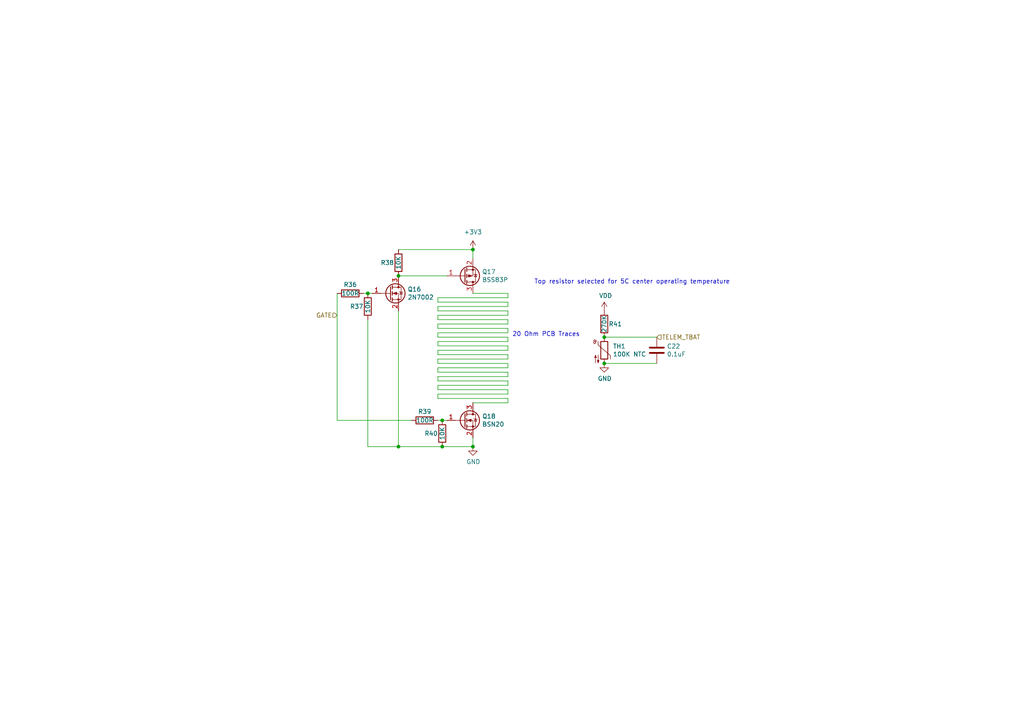
<source format=kicad_sch>
(kicad_sch (version 20211123) (generator eeschema)
  (paper "A4")
  (lib_symbols
    (symbol "Device:C" (pin_numbers hide) (pin_names (offset 0.254))
      (property "Reference" "C" (at 0.635 2.54 0))
      (property "Value" "C" (at 0.635 -2.54 0))
      (symbol "C_0_1"
        (polyline (pts (xy -2.032 -0.762) (xy 2.032 -0.762)) (stroke (width 0.508)))
        (polyline (pts (xy -2.032 0.762) (xy 2.032 0.762)) (stroke (width 0.508)))
      )
      (symbol "C_1_1"
        (pin passive line (at 0 3.81 270) (length 2.794) (name "~") (number "1"))
        (pin passive line (at 0 -3.81 90) (length 2.794) (name "~") (number "2"))
      )
    )
    (symbol "Device:R" (pin_numbers hide) (pin_names (offset 0))
      (property "Reference" "R" (at 2.032 0 90))
      (property "Value" "R" (at 0 0 90))
      (symbol "R_0_1"
        (rectangle (start -1.016 -2.54) (end 1.016 2.54) (stroke (width 0.254)))
      )
      (symbol "R_1_1"
        (pin passive line (at 0 3.81 270) (length 1.27) (name "~") (number "1"))
        (pin passive line (at 0 -3.81 90) (length 1.27) (name "~") (number "2"))
      )
    )
    (symbol "Device:Thermistor_NTC" (pin_numbers hide) (pin_names (offset 0))
      (property "Reference" "TH" (at -4.445 0 90))
      (property "Value" "Thermistor_NTC" (at 3.175 0 90))
      (symbol "Thermistor_NTC_0_1"
        (arc (start -3.048 2.159) (mid -3.0495 2.3143) (end -3.175 2.413))
        (arc (start -3.048 2.159) (mid -2.9736 1.9794) (end -2.794 1.905))
        (arc (start -3.048 2.794) (mid -2.9736 2.6144) (end -2.794 2.54))
        (arc (start -2.794 1.905) (mid -2.6144 1.9794) (end -2.54 2.159))
        (arc (start -2.794 2.54) (mid -2.4393 2.5587) (end -2.159 2.794))
        (arc (start -2.794 3.048) (mid -2.9736 2.9736) (end -3.048 2.794))
        (arc (start -2.54 2.794) (mid -2.6144 2.9736) (end -2.794 3.048))
        (rectangle (start -1.016 2.54) (end 1.016 -2.54) (stroke (width 0.254)))
        (polyline (pts (xy -2.54 2.159) (xy -2.54 2.794)))
        (polyline (pts (xy -1.778 2.54) (xy -1.778 1.524) (xy 1.778 -1.524) (xy 1.778 -2.54)))
        (polyline (pts (xy -2.54 -3.683) (xy -2.54 -1.397) (xy -2.794 -2.159) (xy -2.286 -2.159) (xy -2.54 -1.397) (xy -2.54 -1.651)) (fill (type outline)))
        (polyline (pts (xy -1.778 -1.397) (xy -1.778 -3.683) (xy -2.032 -2.921) (xy -1.524 -2.921) (xy -1.778 -3.683) (xy -1.778 -3.429)) (fill (type outline)))
      )
      (symbol "Thermistor_NTC_1_1"
        (pin passive line (at 0 3.81 270) (length 1.27) (name "~") (number "1"))
        (pin passive line (at 0 -3.81 90) (length 1.27) (name "~") (number "2"))
      )
    )
    (symbol "Transistor_FET:2N7002" (pin_names hide)
      (property "Reference" "Q" (at 5.08 1.905 0))
      (property "Value" "2N7002" (at 5.08 0 0))
      (symbol "2N7002_0_1"
        (polyline (pts (xy 0.254 0) (xy -2.54 0)))
        (polyline (pts (xy 0.254 1.905) (xy 0.254 -1.905)) (stroke (width 0.254)))
        (polyline (pts (xy 0.762 -1.27) (xy 0.762 -2.286)) (stroke (width 0.254)))
        (polyline (pts (xy 0.762 0.508) (xy 0.762 -0.508)) (stroke (width 0.254)))
        (polyline (pts (xy 0.762 2.286) (xy 0.762 1.27)) (stroke (width 0.254)))
        (polyline (pts (xy 2.54 2.54) (xy 2.54 1.778)))
        (polyline (pts (xy 2.54 -2.54) (xy 2.54 0) (xy 0.762 0)))
        (polyline (pts (xy 0.762 -1.778) (xy 3.302 -1.778) (xy 3.302 1.778) (xy 0.762 1.778)))
        (polyline (pts (xy 1.016 0) (xy 2.032 0.381) (xy 2.032 -0.381) (xy 1.016 0)) (fill (type outline)))
        (polyline (pts (xy 2.794 0.508) (xy 2.921 0.381) (xy 3.683 0.381) (xy 3.81 0.254)))
        (polyline (pts (xy 3.302 0.381) (xy 2.921 -0.254) (xy 3.683 -0.254) (xy 3.302 0.381)))
        (circle (center 1.651 0) (radius 2.794) (stroke (width 0.254)))
        (circle (center 2.54 -1.778) (radius 0.254) (fill (type outline)))
        (circle (center 2.54 1.778) (radius 0.254) (fill (type outline)))
      )
      (symbol "2N7002_1_1"
        (pin input line (at -5.08 0 0) (length 2.54) (name "G") (number "1"))
        (pin passive line (at 2.54 -5.08 90) (length 2.54) (name "S") (number "2"))
        (pin passive line (at 2.54 5.08 270) (length 2.54) (name "D") (number "3"))
      )
    )
    (symbol "Transistor_FET:BSN20" (pin_names hide)
      (property "Reference" "Q" (at 5.08 1.905 0))
      (property "Value" "BSN20" (at 5.08 0 0))
      (symbol "BSN20_0_1"
        (polyline (pts (xy 0.254 0) (xy -2.54 0)))
        (polyline (pts (xy 0.254 1.905) (xy 0.254 -1.905)) (stroke (width 0.254)))
        (polyline (pts (xy 0.762 -1.27) (xy 0.762 -2.286)) (stroke (width 0.254)))
        (polyline (pts (xy 0.762 0.508) (xy 0.762 -0.508)) (stroke (width 0.254)))
        (polyline (pts (xy 0.762 2.286) (xy 0.762 1.27)) (stroke (width 0.254)))
        (polyline (pts (xy 2.54 2.54) (xy 2.54 1.778)))
        (polyline (pts (xy 2.54 -2.54) (xy 2.54 0) (xy 0.762 0)))
        (polyline (pts (xy 0.762 -1.778) (xy 3.302 -1.778) (xy 3.302 1.778) (xy 0.762 1.778)))
        (polyline (pts (xy 1.016 0) (xy 2.032 0.381) (xy 2.032 -0.381) (xy 1.016 0)) (fill (type outline)))
        (polyline (pts (xy 2.794 0.508) (xy 2.921 0.381) (xy 3.683 0.381) (xy 3.81 0.254)))
        (polyline (pts (xy 3.302 0.381) (xy 2.921 -0.254) (xy 3.683 -0.254) (xy 3.302 0.381)))
        (circle (center 1.651 0) (radius 2.794) (stroke (width 0.254)))
        (circle (center 2.54 -1.778) (radius 0.254) (fill (type outline)))
        (circle (center 2.54 1.778) (radius 0.254) (fill (type outline)))
      )
      (symbol "BSN20_1_1"
        (pin input line (at -5.08 0 0) (length 2.54) (name "G") (number "1"))
        (pin passive line (at 2.54 -5.08 90) (length 2.54) (name "S") (number "2"))
        (pin passive line (at 2.54 5.08 270) (length 2.54) (name "D") (number "3"))
      )
    )
    (symbol "Transistor_FET:BSS83P" (pin_names hide)
      (property "Reference" "Q" (at 5.08 1.905 0))
      (property "Value" "BSS83P" (at 5.08 0 0))
      (symbol "BSS83P_0_1"
        (polyline (pts (xy 0.254 0) (xy -2.54 0)))
        (polyline (pts (xy 0.254 1.905) (xy 0.254 -1.905)) (stroke (width 0.254)))
        (polyline (pts (xy 0.762 -1.27) (xy 0.762 -2.286)) (stroke (width 0.254)))
        (polyline (pts (xy 0.762 0.508) (xy 0.762 -0.508)) (stroke (width 0.254)))
        (polyline (pts (xy 0.762 2.286) (xy 0.762 1.27)) (stroke (width 0.254)))
        (polyline (pts (xy 2.54 2.54) (xy 2.54 1.778)))
        (polyline (pts (xy 2.54 -2.54) (xy 2.54 0) (xy 0.762 0)))
        (polyline (pts (xy 0.762 1.778) (xy 3.302 1.778) (xy 3.302 -1.778) (xy 0.762 -1.778)))
        (polyline (pts (xy 2.286 0) (xy 1.27 0.381) (xy 1.27 -0.381) (xy 2.286 0)) (fill (type outline)))
        (polyline (pts (xy 2.794 -0.508) (xy 2.921 -0.381) (xy 3.683 -0.381) (xy 3.81 -0.254)))
        (polyline (pts (xy 3.302 -0.381) (xy 2.921 0.254) (xy 3.683 0.254) (xy 3.302 -0.381)))
        (circle (center 1.651 0) (radius 2.794) (stroke (width 0.254)))
        (circle (center 2.54 -1.778) (radius 0.254) (fill (type outline)))
        (circle (center 2.54 1.778) (radius 0.254) (fill (type outline)))
      )
      (symbol "BSS83P_1_1"
        (pin input line (at -5.08 0 0) (length 2.54) (name "G") (number "1"))
        (pin passive line (at 2.54 -5.08 90) (length 2.54) (name "S") (number "2"))
        (pin passive line (at 2.54 5.08 270) (length 2.54) (name "D") (number "3"))
      )
    )
    (symbol "power:+3V3" (power) (pin_names (offset 0))
      (property "Value" "+3V3" (at 0 3.556 0))
      (symbol "+3V3_0_1"
        (polyline (pts (xy -0.762 1.27) (xy 0 2.54)))
        (polyline (pts (xy 0 0) (xy 0 2.54)))
        (polyline (pts (xy 0 2.54) (xy 0.762 1.27)))
      )
      (symbol "+3V3_1_1"
        (pin power_in line (at 0 0 90) (length 0) hide (name "+3V3") (number "1"))
      )
    )
    (symbol "power:GND" (power) (pin_names (offset 0))
      (property "Value" "GND" (at 0 -3.81 0))
      (symbol "GND_0_1"
        (polyline (pts (xy 0 0) (xy 0 -1.27) (xy 1.27 -1.27) (xy 0 -2.54) (xy -1.27 -1.27) (xy 0 -1.27)))
      )
      (symbol "GND_1_1"
        (pin power_in line (at 0 0 270) (length 0) hide (name "GND") (number "1"))
      )
    )
    (symbol "power:VDD" (power) (pin_names (offset 0))
      (property "Value" "VDD" (at 0 3.81 0))
      (symbol "VDD_0_1"
        (polyline (pts (xy -0.762 1.27) (xy 0 2.54)))
        (polyline (pts (xy 0 0) (xy 0 2.54)))
        (polyline (pts (xy 0 2.54) (xy 0.762 1.27)))
      )
      (symbol "VDD_1_1"
        (pin power_in line (at 0 0 90) (length 0) hide (name "VDD") (number "1"))
      )
    )
  )
  (junction (at 175.26 97.79))
  (junction (at 115.57 129.54))
  (junction (at 115.57 80.01))
  (junction (at 128.27 121.92))
  (junction (at 175.26 105.41))
  (junction (at 106.68 85.09))
  (junction (at 137.16 129.54))
  (junction (at 137.16 72.39))
  (junction (at 128.27 129.54))
  (wire (pts (xy 175.26 97.79) (xy 190.5 97.79)))
  (wire (pts (xy 147.32 113.03) (xy 147.32 114.3)))
  (wire (pts (xy 127 86.36) (xy 127 87.63)))
  (wire (pts (xy 129.54 80.01) (xy 115.57 80.01)))
  (wire (pts (xy 127 102.87) (xy 147.32 102.87)))
  (wire (pts (xy 127 113.03) (xy 147.32 113.03)))
  (wire (pts (xy 127 106.68) (xy 147.32 106.68)))
  (wire (pts (xy 147.32 102.87) (xy 147.32 104.14)))
  (wire (pts (xy 127 99.06) (xy 147.32 99.06)))
  (wire (pts (xy 127 99.06) (xy 127 100.33)))
  (wire (pts (xy 127 92.71) (xy 147.32 92.71)))
  (wire (pts (xy 127 104.14) (xy 147.32 104.14)))
  (wire (pts (xy 127 97.79) (xy 147.32 97.79)))
  (wire (pts (xy 137.16 129.54) (xy 137.16 127)))
  (wire (pts (xy 127 111.76) (xy 127 113.03)))
  (wire (pts (xy 147.32 115.57) (xy 147.32 116.84)))
  (wire (pts (xy 97.79 121.92) (xy 119.38 121.92)))
  (wire (pts (xy 147.32 110.49) (xy 147.32 111.76)))
  (wire (pts (xy 147.32 87.63) (xy 147.32 88.9)))
  (wire (pts (xy 128.27 129.54) (xy 137.16 129.54)))
  (wire (pts (xy 127 87.63) (xy 147.32 87.63)))
  (wire (pts (xy 106.68 92.71) (xy 106.68 129.54)))
  (wire (pts (xy 137.16 72.39) (xy 137.16 74.93)))
  (wire (pts (xy 106.68 85.09) (xy 107.95 85.09)))
  (wire (pts (xy 106.68 129.54) (xy 115.57 129.54)))
  (wire (pts (xy 175.26 105.41) (xy 190.5 105.41)))
  (wire (pts (xy 147.32 85.09) (xy 147.32 86.36)))
  (wire (pts (xy 127 104.14) (xy 127 105.41)))
  (wire (pts (xy 127 100.33) (xy 147.32 100.33)))
  (wire (pts (xy 127 93.98) (xy 147.32 93.98)))
  (wire (pts (xy 127 96.52) (xy 127 97.79)))
  (wire (pts (xy 127 101.6) (xy 147.32 101.6)))
  (wire (pts (xy 127 107.95) (xy 147.32 107.95)))
  (wire (pts (xy 115.57 129.54) (xy 128.27 129.54)))
  (wire (pts (xy 128.27 121.92) (xy 129.54 121.92)))
  (wire (pts (xy 127 86.36) (xy 147.32 86.36)))
  (wire (pts (xy 127 88.9) (xy 127 90.17)))
  (wire (pts (xy 105.41 85.09) (xy 106.68 85.09)))
  (wire (pts (xy 127 95.25) (xy 147.32 95.25)))
  (wire (pts (xy 127 93.98) (xy 127 95.25)))
  (wire (pts (xy 147.32 92.71) (xy 147.32 93.98)))
  (wire (pts (xy 127 96.52) (xy 147.32 96.52)))
  (wire (pts (xy 97.79 85.09) (xy 97.79 121.92)))
  (wire (pts (xy 147.32 105.41) (xy 147.32 106.68)))
  (wire (pts (xy 147.32 97.79) (xy 147.32 99.06)))
  (wire (pts (xy 127 114.3) (xy 127 115.57)))
  (wire (pts (xy 115.57 90.17) (xy 115.57 129.54)))
  (wire (pts (xy 127 105.41) (xy 147.32 105.41)))
  (wire (pts (xy 127 101.6) (xy 127 102.87)))
  (wire (pts (xy 137.16 85.09) (xy 147.32 85.09)))
  (wire (pts (xy 147.32 107.95) (xy 147.32 109.22)))
  (wire (pts (xy 127 88.9) (xy 147.32 88.9)))
  (wire (pts (xy 147.32 90.17) (xy 147.32 91.44)))
  (wire (pts (xy 127 115.57) (xy 147.32 115.57)))
  (wire (pts (xy 127 110.49) (xy 147.32 110.49)))
  (wire (pts (xy 115.57 72.39) (xy 137.16 72.39)))
  (wire (pts (xy 147.32 111.76) (xy 127 111.76)))
  (wire (pts (xy 147.32 95.25) (xy 147.32 96.52)))
  (wire (pts (xy 127 106.68) (xy 127 107.95)))
  (wire (pts (xy 127 121.92) (xy 128.27 121.92)))
  (wire (pts (xy 127 109.22) (xy 147.32 109.22)))
  (wire (pts (xy 127 109.22) (xy 127 110.49)))
  (wire (pts (xy 147.32 100.33) (xy 147.32 101.6)))
  (wire (pts (xy 147.32 114.3) (xy 127 114.3)))
  (wire (pts (xy 127 90.17) (xy 147.32 90.17)))
  (wire (pts (xy 147.32 116.84) (xy 137.16 116.84)))
  (wire (pts (xy 127 91.44) (xy 147.32 91.44)))
  (wire (pts (xy 127 91.44) (xy 127 92.71)))
  (text "20 Ohm PCB Traces" (at 148.59 97.79 0) (effects (font (size 1.27 1.27)) (justify left bottom)))
  (text "Top resistor selected for 5C center operating temperature" (at 154.94 82.55 0) (effects (font (size 1.27 1.27)) (justify left bottom)))
  (hierarchical_label "TELEM_TBAT" (shape input) (at 190.5 97.79 0))
  (hierarchical_label "GATE" (shape input) (at 97.79 91.44 180))
  (symbol (lib_id "Device:R") (at 115.57 76.2 0) (unit 1)
    (property "Reference" "R38" (at 114.3 76.2 0) (effects (justify right)))
    (property "Value" "10K" (at 115.57 76.2 90))
    (property "Footprint" "Resistor_SMD:R_0805_2012Metric" (effects hide))
  )
  (symbol (lib_id "Device:Thermistor_NTC") (at 175.26 101.6 0) (unit 1)
    (property "Reference" "TH1" (at 177.7492 100.4316 0) (effects (justify left)))
    (property "Value" "100K NTC" (at 177.7492 102.743 0) (effects (justify left)))
    (property "Footprint" "Resistor_SMD:R_1206_3216Metric" (effects hide))
  )
  (symbol (lib_id "Device:R") (at 101.6 85.09 270) (unit 1)
    (property "Reference" "R36" (at 101.6 82.55 90))
    (property "Value" "100R" (at 101.6 85.09 90))
    (property "Footprint" "Resistor_SMD:R_0805_2012Metric" (effects hide))
  )
  (symbol (lib_id "Device:R") (at 123.19 121.92 270) (unit 1)
    (property "Reference" "R39" (at 123.19 119.38 90))
    (property "Value" "100R" (at 123.19 121.92 90))
    (property "Footprint" "Resistor_SMD:R_0805_2012Metric" (effects hide))
  )
  (symbol (lib_id "Transistor_FET:BSS83P") (at 134.62 80.01 0) (mirror x) (unit 1)
    (property "Reference" "Q17" (at 139.8016 78.8416 0) (effects (justify left)))
    (property "Value" "BSS83P" (at 139.8016 81.153 0) (effects (justify left)))
    (property "Footprint" "Package_TO_SOT_SMD:SOT-23" (effects hide))
    (property "Datasheet" "http://www.farnell.com/datasheets/1835997.pdf" (effects hide))
  )
  (symbol (lib_id "power:+3V3") (at 137.16 72.39 0) (unit 1)
    (property "Reference" "#PWR?" (effects hide))
  )
  (symbol (lib_id "Device:C") (at 190.5 101.6 0) (unit 1)
    (property "Reference" "C22" (at 193.421 100.4316 0) (effects (justify left)))
    (property "Value" "0.1uF" (at 193.421 102.743 0) (effects (justify left)))
    (property "Footprint" "Capacitor_SMD:C_0805_2012Metric" (effects hide))
  )
  (symbol (lib_id "power:VDD") (at 175.26 90.17 0) (unit 1)
    (property "Reference" "#PWR041" (effects hide))
    (property "Value" "VDD" (at 175.641 85.7758 0))
  )
  (symbol (lib_id "Device:R") (at 175.26 93.98 0) (unit 1)
    (property "Reference" "R41" (at 176.53 93.98 0) (effects (justify left)))
    (property "Value" "270K" (at 175.26 96.52 90) (effects (justify left)))
    (property "Footprint" "Resistor_SMD:R_0805_2012Metric" (effects hide))
  )
  (symbol (lib_id "power:GND") (at 175.26 105.41 0) (unit 1)
    (property "Reference" "#PWR042" (effects hide))
    (property "Value" "GND" (at 175.387 109.8042 0))
  )
  (symbol (lib_id "Device:R") (at 128.27 125.73 0) (unit 1)
    (property "Reference" "R40" (at 127 125.73 0) (effects (justify right)))
    (property "Value" "10K" (at 128.27 125.73 90))
    (property "Footprint" "Resistor_SMD:R_0805_2012Metric" (effects hide))
  )
  (symbol (lib_id "Transistor_FET:2N7002") (at 113.03 85.09 0) (unit 1)
    (property "Reference" "Q16" (at 118.2116 83.9216 0) (effects (justify left)))
    (property "Value" "2N7002" (at 118.2116 86.233 0) (effects (justify left)))
    (property "Footprint" "Package_TO_SOT_SMD:SOT-23" (effects hide))
    (property "Datasheet" "https://www.onsemi.com/pub/Collateral/NDS7002A-D.PDF" (effects hide))
  )
  (symbol (lib_id "Device:R") (at 106.68 88.9 0) (unit 1)
    (property "Reference" "R37" (at 105.41 88.9 0) (effects (justify right)))
    (property "Value" "10K" (at 106.68 88.9 90))
    (property "Footprint" "Resistor_SMD:R_0805_2012Metric" (effects hide))
  )
  (symbol (lib_id "Transistor_FET:BSN20") (at 134.62 121.92 0) (unit 1)
    (property "Reference" "Q18" (at 139.827 120.7516 0) (effects (justify left)))
    (property "Value" "BSN20" (at 139.827 123.063 0) (effects (justify left)))
    (property "Footprint" "Package_TO_SOT_SMD:SOT-23" (effects hide))
    (property "Datasheet" "http://www.diodes.com/assets/Datasheets/ds31898.pdf" (effects hide))
  )
  (symbol (lib_id "power:GND") (at 137.16 129.54 0) (unit 1)
    (property "Reference" "#PWR040" (effects hide))
    (property "Value" "GND" (at 137.287 133.9342 0))
  )
)
</source>
